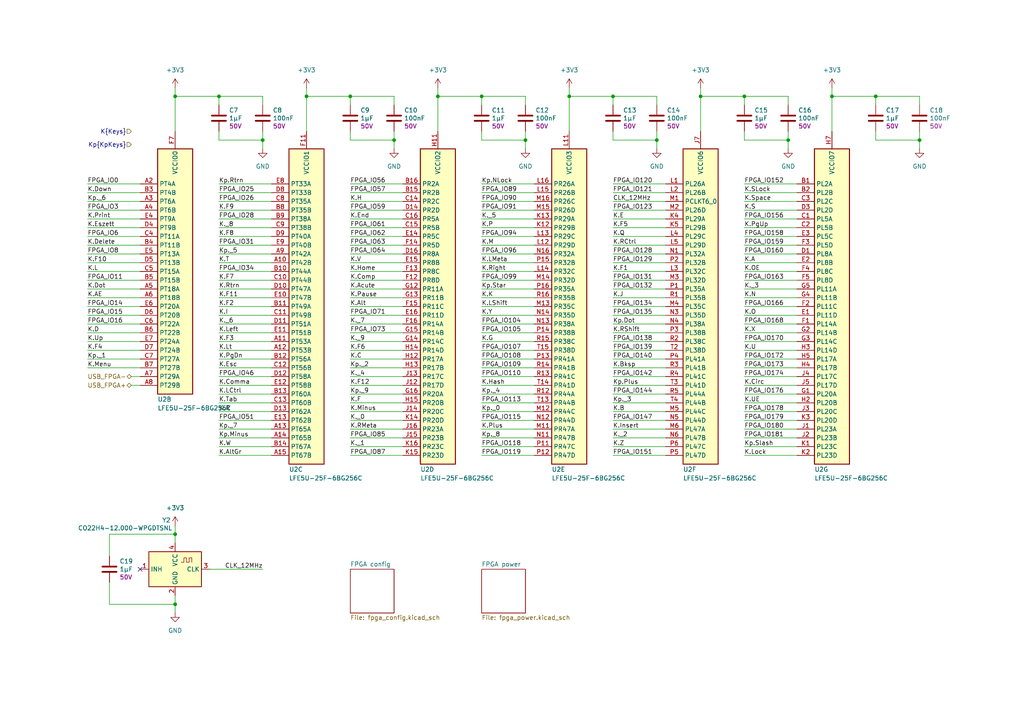
<source format=kicad_sch>
(kicad_sch (version 20250114) (generator "eeschema") (generator_version "9.0")
  (paper "A4")
  (junction (at 101.6 27.94))
  (junction (at 215.9 27.94))
  (junction (at 203.2 27.94))
  (junction (at 165.1 27.94))
  (junction (at 50.8 27.94))
  (junction (at 50.8 175.26))
  (junction (at 76.2 40.64))
  (junction (at 190.5 40.64))
  (junction (at 63.5 27.94))
  (junction (at 152.4 40.64))
  (junction (at 254 27.94))
  (junction (at 177.8 27.94))
  (junction (at 50.8 154.94))
  (junction (at 88.9 27.94))
  (junction (at 241.3 27.94))
  (junction (at 228.6 40.64))
  (junction (at 139.7 27.94))
  (junction (at 114.3 40.64))
  (junction (at 127 27.94))
  (junction (at 266.7 40.64))
  (no_connect (at 40.64 165.1))
  (wire (pts (xy 215.9 127) (xy 231.14 127)))
  (wire (pts (xy 215.9 96.52) (xy 231.14 96.52)))
  (wire (pts (xy 177.8 86.36) (xy 193.04 86.36)))
  (wire (pts (xy 63.5 93.98) (xy 78.74 93.98)))
  (wire (pts (xy 101.6 111.76) (xy 116.84 111.76)))
  (wire (pts (xy 25.4 53.34) (xy 40.64 53.34)))
  (wire (pts (xy 63.5 114.3) (xy 78.74 114.3)))
  (wire (pts (xy 215.9 63.5) (xy 231.14 63.5)))
  (wire (pts (xy 63.5 60.96) (xy 78.74 60.96)))
  (wire (pts (xy 63.5 30.48) (xy 63.5 27.94)))
  (wire (pts (xy 177.8 27.94) (xy 165.1 27.94)))
  (wire (pts (xy 152.4 27.94) (xy 139.7 27.94)))
  (wire (pts (xy 63.5 91.44) (xy 78.74 91.44)))
  (wire (pts (xy 31.75 168.91) (xy 31.75 175.26)))
  (wire (pts (xy 25.4 93.98) (xy 40.64 93.98)))
  (wire (pts (xy 215.9 66.04) (xy 231.14 66.04)))
  (wire (pts (xy 254 30.48) (xy 254 27.94)))
  (wire (pts (xy 228.6 40.64) (xy 228.6 43.18)))
  (wire (pts (xy 63.5 127) (xy 78.74 127)))
  (wire (pts (xy 25.4 83.82) (xy 40.64 83.82)))
  (wire (pts (xy 215.9 38.1) (xy 215.9 40.64)))
  (wire (pts (xy 63.5 101.6) (xy 78.74 101.6)))
  (wire (pts (xy 177.8 129.54) (xy 193.04 129.54)))
  (wire (pts (xy 215.9 55.88) (xy 231.14 55.88)))
  (wire (pts (xy 266.7 30.48) (xy 266.7 27.94)))
  (wire (pts (xy 139.7 71.12) (xy 154.94 71.12)))
  (wire (pts (xy 101.6 132.08) (xy 116.84 132.08)))
  (wire (pts (xy 101.6 55.88) (xy 116.84 55.88)))
  (wire (pts (xy 139.7 30.48) (xy 139.7 27.94)))
  (wire (pts (xy 101.6 53.34) (xy 116.84 53.34)))
  (wire (pts (xy 215.9 53.34) (xy 231.14 53.34)))
  (wire (pts (xy 101.6 78.74) (xy 116.84 78.74)))
  (wire (pts (xy 63.5 68.58) (xy 78.74 68.58)))
  (wire (pts (xy 31.75 154.94) (xy 50.8 154.94)))
  (wire (pts (xy 114.3 40.64) (xy 114.3 43.18)))
  (wire (pts (xy 25.4 58.42) (xy 40.64 58.42)))
  (wire (pts (xy 101.6 109.22) (xy 116.84 109.22)))
  (wire (pts (xy 190.5 27.94) (xy 177.8 27.94)))
  (wire (pts (xy 63.5 78.74) (xy 78.74 78.74)))
  (wire (pts (xy 177.8 71.12) (xy 193.04 71.12)))
  (wire (pts (xy 177.8 53.34) (xy 193.04 53.34)))
  (wire (pts (xy 101.6 68.58) (xy 116.84 68.58)))
  (wire (pts (xy 101.6 116.84) (xy 116.84 116.84)))
  (wire (pts (xy 25.4 106.68) (xy 40.64 106.68)))
  (wire (pts (xy 101.6 63.5) (xy 116.84 63.5)))
  (wire (pts (xy 25.4 63.5) (xy 40.64 63.5)))
  (wire (pts (xy 215.9 27.94) (xy 203.2 27.94)))
  (wire (pts (xy 60.96 165.1) (xy 76.2 165.1)))
  (wire (pts (xy 190.5 40.64) (xy 190.5 38.1)))
  (wire (pts (xy 139.7 129.54) (xy 154.94 129.54)))
  (wire (pts (xy 63.5 40.64) (xy 76.2 40.64)))
  (wire (pts (xy 101.6 30.48) (xy 101.6 27.94)))
  (wire (pts (xy 177.8 55.88) (xy 193.04 55.88)))
  (wire (pts (xy 38.1 111.76) (xy 40.64 111.76)))
  (wire (pts (xy 215.9 119.38) (xy 231.14 119.38)))
  (wire (pts (xy 177.8 76.2) (xy 193.04 76.2)))
  (wire (pts (xy 63.5 58.42) (xy 78.74 58.42)))
  (wire (pts (xy 241.3 25.4) (xy 241.3 27.94)))
  (wire (pts (xy 139.7 60.96) (xy 154.94 60.96)))
  (wire (pts (xy 215.9 132.08) (xy 231.14 132.08)))
  (wire (pts (xy 139.7 111.76) (xy 154.94 111.76)))
  (wire (pts (xy 101.6 58.42) (xy 116.84 58.42)))
  (wire (pts (xy 114.3 30.48) (xy 114.3 27.94)))
  (wire (pts (xy 139.7 116.84) (xy 154.94 116.84)))
  (wire (pts (xy 139.7 63.5) (xy 154.94 63.5)))
  (wire (pts (xy 139.7 132.08) (xy 154.94 132.08)))
  (wire (pts (xy 139.7 104.14) (xy 154.94 104.14)))
  (wire (pts (xy 215.9 88.9) (xy 231.14 88.9)))
  (wire (pts (xy 177.8 106.68) (xy 193.04 106.68)))
  (wire (pts (xy 101.6 73.66) (xy 116.84 73.66)))
  (wire (pts (xy 177.8 111.76) (xy 193.04 111.76)))
  (wire (pts (xy 266.7 27.94) (xy 254 27.94)))
  (wire (pts (xy 177.8 109.22) (xy 193.04 109.22)))
  (wire (pts (xy 177.8 30.48) (xy 177.8 27.94)))
  (wire (pts (xy 101.6 81.28) (xy 116.84 81.28)))
  (wire (pts (xy 63.5 132.08) (xy 78.74 132.08)))
  (wire (pts (xy 101.6 93.98) (xy 116.84 93.98)))
  (wire (pts (xy 76.2 40.64) (xy 76.2 38.1)))
  (wire (pts (xy 203.2 25.4) (xy 203.2 27.94)))
  (wire (pts (xy 228.6 40.64) (xy 228.6 38.1)))
  (wire (pts (xy 254 27.94) (xy 241.3 27.94)))
  (wire (pts (xy 139.7 127) (xy 154.94 127)))
  (wire (pts (xy 127 27.94) (xy 127 38.1)))
  (wire (pts (xy 101.6 121.92) (xy 116.84 121.92)))
  (wire (pts (xy 139.7 119.38) (xy 154.94 119.38)))
  (wire (pts (xy 177.8 88.9) (xy 193.04 88.9)))
  (wire (pts (xy 127 25.4) (xy 127 27.94)))
  (wire (pts (xy 139.7 101.6) (xy 154.94 101.6)))
  (wire (pts (xy 139.7 106.68) (xy 154.94 106.68)))
  (wire (pts (xy 63.5 121.92) (xy 78.74 121.92)))
  (wire (pts (xy 215.9 86.36) (xy 231.14 86.36)))
  (wire (pts (xy 25.4 99.06) (xy 40.64 99.06)))
  (wire (pts (xy 101.6 76.2) (xy 116.84 76.2)))
  (wire (pts (xy 114.3 40.64) (xy 114.3 38.1)))
  (wire (pts (xy 25.4 60.96) (xy 40.64 60.96)))
  (wire (pts (xy 50.8 152.4) (xy 50.8 154.94)))
  (wire (pts (xy 177.8 127) (xy 193.04 127)))
  (wire (pts (xy 101.6 99.06) (xy 116.84 99.06)))
  (wire (pts (xy 50.8 175.26) (xy 50.8 177.8)))
  (wire (pts (xy 152.4 40.64) (xy 152.4 38.1)))
  (wire (pts (xy 63.5 81.28) (xy 78.74 81.28)))
  (wire (pts (xy 25.4 91.44) (xy 40.64 91.44)))
  (wire (pts (xy 215.9 78.74) (xy 231.14 78.74)))
  (wire (pts (xy 63.5 38.1) (xy 63.5 40.64)))
  (wire (pts (xy 215.9 116.84) (xy 231.14 116.84)))
  (wire (pts (xy 139.7 88.9) (xy 154.94 88.9)))
  (wire (pts (xy 177.8 121.92) (xy 193.04 121.92)))
  (wire (pts (xy 215.9 101.6) (xy 231.14 101.6)))
  (wire (pts (xy 63.5 83.82) (xy 78.74 83.82)))
  (wire (pts (xy 31.75 161.29) (xy 31.75 154.94)))
  (wire (pts (xy 101.6 91.44) (xy 116.84 91.44)))
  (wire (pts (xy 63.5 129.54) (xy 78.74 129.54)))
  (wire (pts (xy 139.7 81.28) (xy 154.94 81.28)))
  (wire (pts (xy 190.5 40.64) (xy 190.5 43.18)))
  (wire (pts (xy 215.9 30.48) (xy 215.9 27.94)))
  (wire (pts (xy 139.7 109.22) (xy 154.94 109.22)))
  (wire (pts (xy 63.5 88.9) (xy 78.74 88.9)))
  (wire (pts (xy 63.5 27.94) (xy 50.8 27.94)))
  (wire (pts (xy 190.5 30.48) (xy 190.5 27.94)))
  (wire (pts (xy 215.9 73.66) (xy 231.14 73.66)))
  (wire (pts (xy 177.8 78.74) (xy 193.04 78.74)))
  (wire (pts (xy 25.4 78.74) (xy 40.64 78.74)))
  (wire (pts (xy 215.9 91.44) (xy 231.14 91.44)))
  (wire (pts (xy 63.5 96.52) (xy 78.74 96.52)))
  (wire (pts (xy 63.5 109.22) (xy 78.74 109.22)))
  (wire (pts (xy 50.8 25.4) (xy 50.8 27.94)))
  (wire (pts (xy 215.9 60.96) (xy 231.14 60.96)))
  (wire (pts (xy 215.9 71.12) (xy 231.14 71.12)))
  (wire (pts (xy 63.5 116.84) (xy 78.74 116.84)))
  (wire (pts (xy 101.6 101.6) (xy 116.84 101.6)))
  (wire (pts (xy 177.8 81.28) (xy 193.04 81.28)))
  (wire (pts (xy 177.8 73.66) (xy 193.04 73.66)))
  (wire (pts (xy 215.9 124.46) (xy 231.14 124.46)))
  (wire (pts (xy 165.1 25.4) (xy 165.1 27.94)))
  (wire (pts (xy 101.6 129.54) (xy 116.84 129.54)))
  (wire (pts (xy 228.6 30.48) (xy 228.6 27.94)))
  (wire (pts (xy 203.2 27.94) (xy 203.2 38.1)))
  (wire (pts (xy 31.75 175.26) (xy 50.8 175.26)))
  (wire (pts (xy 101.6 66.04) (xy 116.84 66.04)))
  (wire (pts (xy 101.6 106.68) (xy 116.84 106.68)))
  (wire (pts (xy 215.9 129.54) (xy 231.14 129.54)))
  (wire (pts (xy 139.7 76.2) (xy 154.94 76.2)))
  (wire (pts (xy 25.4 88.9) (xy 40.64 88.9)))
  (wire (pts (xy 63.5 66.04) (xy 78.74 66.04)))
  (wire (pts (xy 25.4 101.6) (xy 40.64 101.6)))
  (wire (pts (xy 63.5 104.14) (xy 78.74 104.14)))
  (wire (pts (xy 25.4 104.14) (xy 40.64 104.14)))
  (wire (pts (xy 139.7 83.82) (xy 154.94 83.82)))
  (wire (pts (xy 25.4 81.28) (xy 40.64 81.28)))
  (wire (pts (xy 101.6 124.46) (xy 116.84 124.46)))
  (wire (pts (xy 101.6 86.36) (xy 116.84 86.36)))
  (wire (pts (xy 215.9 68.58) (xy 231.14 68.58)))
  (wire (pts (xy 139.7 99.06) (xy 154.94 99.06)))
  (wire (pts (xy 177.8 124.46) (xy 193.04 124.46)))
  (wire (pts (xy 101.6 71.12) (xy 116.84 71.12)))
  (wire (pts (xy 88.9 27.94) (xy 88.9 38.1)))
  (wire (pts (xy 38.1 109.22) (xy 40.64 109.22)))
  (wire (pts (xy 63.5 73.66) (xy 78.74 73.66)))
  (wire (pts (xy 139.7 91.44) (xy 154.94 91.44)))
  (wire (pts (xy 177.8 99.06) (xy 193.04 99.06)))
  (wire (pts (xy 177.8 63.5) (xy 193.04 63.5)))
  (wire (pts (xy 63.5 99.06) (xy 78.74 99.06)))
  (wire (pts (xy 177.8 68.58) (xy 193.04 68.58)))
  (wire (pts (xy 88.9 25.4) (xy 88.9 27.94)))
  (wire (pts (xy 228.6 27.94) (xy 215.9 27.94)))
  (wire (pts (xy 254 38.1) (xy 254 40.64)))
  (wire (pts (xy 215.9 81.28) (xy 231.14 81.28)))
  (wire (pts (xy 101.6 127) (xy 116.84 127)))
  (wire (pts (xy 215.9 114.3) (xy 231.14 114.3)))
  (wire (pts (xy 177.8 91.44) (xy 193.04 91.44)))
  (wire (pts (xy 139.7 78.74) (xy 154.94 78.74)))
  (wire (pts (xy 25.4 86.36) (xy 40.64 86.36)))
  (wire (pts (xy 177.8 104.14) (xy 193.04 104.14)))
  (wire (pts (xy 101.6 119.38) (xy 116.84 119.38)))
  (wire (pts (xy 139.7 114.3) (xy 154.94 114.3)))
  (wire (pts (xy 63.5 63.5) (xy 78.74 63.5)))
  (wire (pts (xy 177.8 96.52) (xy 193.04 96.52)))
  (wire (pts (xy 25.4 71.12) (xy 40.64 71.12)))
  (wire (pts (xy 25.4 68.58) (xy 40.64 68.58)))
  (wire (pts (xy 177.8 119.38) (xy 193.04 119.38)))
  (wire (pts (xy 139.7 124.46) (xy 154.94 124.46)))
  (wire (pts (xy 114.3 27.94) (xy 101.6 27.94)))
  (wire (pts (xy 139.7 96.52) (xy 154.94 96.52)))
  (wire (pts (xy 63.5 55.88) (xy 78.74 55.88)))
  (wire (pts (xy 215.9 58.42) (xy 231.14 58.42)))
  (wire (pts (xy 215.9 93.98) (xy 231.14 93.98)))
  (wire (pts (xy 139.7 68.58) (xy 154.94 68.58)))
  (wire (pts (xy 63.5 119.38) (xy 78.74 119.38)))
  (wire (pts (xy 177.8 83.82) (xy 193.04 83.82)))
  (wire (pts (xy 215.9 104.14) (xy 231.14 104.14)))
  (wire (pts (xy 215.9 99.06) (xy 231.14 99.06)))
  (wire (pts (xy 177.8 101.6) (xy 193.04 101.6)))
  (wire (pts (xy 215.9 121.92) (xy 231.14 121.92)))
  (wire (pts (xy 139.7 66.04) (xy 154.94 66.04)))
  (wire (pts (xy 152.4 40.64) (xy 152.4 43.18)))
  (wire (pts (xy 101.6 83.82) (xy 116.84 83.82)))
  (wire (pts (xy 193.04 58.42) (xy 177.8 58.42)))
  (wire (pts (xy 266.7 40.64) (xy 266.7 38.1)))
  (wire (pts (xy 25.4 55.88) (xy 40.64 55.88)))
  (wire (pts (xy 241.3 27.94) (xy 241.3 38.1)))
  (wire (pts (xy 50.8 27.94) (xy 50.8 38.1)))
  (wire (pts (xy 63.5 76.2) (xy 78.74 76.2)))
  (wire (pts (xy 139.7 93.98) (xy 154.94 93.98)))
  (wire (pts (xy 101.6 104.14) (xy 116.84 104.14)))
  (wire (pts (xy 177.8 93.98) (xy 193.04 93.98)))
  (wire (pts (xy 63.5 86.36) (xy 78.74 86.36)))
  (wire (pts (xy 101.6 96.52) (xy 116.84 96.52)))
  (wire (pts (xy 76.2 27.94) (xy 63.5 27.94)))
  (wire (pts (xy 152.4 30.48) (xy 152.4 27.94)))
  (wire (pts (xy 101.6 38.1) (xy 101.6 40.64)))
  (wire (pts (xy 63.5 124.46) (xy 78.74 124.46)))
  (wire (pts (xy 254 40.64) (xy 266.7 40.64)))
  (wire (pts (xy 25.4 96.52) (xy 40.64 96.52)))
  (wire (pts (xy 101.6 27.94) (xy 88.9 27.94)))
  (wire (pts (xy 177.8 66.04) (xy 193.04 66.04)))
  (wire (pts (xy 177.8 38.1) (xy 177.8 40.64)))
  (wire (pts (xy 63.5 53.34) (xy 78.74 53.34)))
  (wire (pts (xy 177.8 40.64) (xy 190.5 40.64)))
  (wire (pts (xy 25.4 76.2) (xy 40.64 76.2)))
  (wire (pts (xy 63.5 106.68) (xy 78.74 106.68)))
  (wire (pts (xy 165.1 27.94) (xy 165.1 38.1)))
  (wire (pts (xy 139.7 86.36) (xy 154.94 86.36)))
  (wire (pts (xy 101.6 88.9) (xy 116.84 88.9)))
  (wire (pts (xy 139.7 40.64) (xy 152.4 40.64)))
  (wire (pts (xy 63.5 111.76) (xy 78.74 111.76)))
  (wire (pts (xy 177.8 60.96) (xy 193.04 60.96)))
  (wire (pts (xy 215.9 111.76) (xy 231.14 111.76)))
  (wire (pts (xy 63.5 71.12) (xy 78.74 71.12)))
  (wire (pts (xy 177.8 114.3) (xy 193.04 114.3)))
  (wire (pts (xy 215.9 40.64) (xy 228.6 40.64)))
  (wire (pts (xy 177.8 116.84) (xy 193.04 116.84)))
  (wire (pts (xy 139.7 73.66) (xy 154.94 73.66)))
  (wire (pts (xy 139.7 27.94) (xy 127 27.94)))
  (wire (pts (xy 215.9 76.2) (xy 231.14 76.2)))
  (wire (pts (xy 215.9 106.68) (xy 231.14 106.68)))
  (wire (pts (xy 101.6 60.96) (xy 116.84 60.96)))
  (wire (pts (xy 215.9 109.22) (xy 231.14 109.22)))
  (wire (pts (xy 25.4 66.04) (xy 40.64 66.04)))
  (wire (pts (xy 25.4 73.66) (xy 40.64 73.66)))
  (wire (pts (xy 76.2 30.48) (xy 76.2 27.94)))
  (wire (pts (xy 139.7 55.88) (xy 154.94 55.88)))
  (wire (pts (xy 76.2 40.64) (xy 76.2 43.18)))
  (wire (pts (xy 177.8 132.08) (xy 193.04 132.08)))
  (wire (pts (xy 139.7 38.1) (xy 139.7 40.64)))
  (wire (pts (xy 215.9 83.82) (xy 231.14 83.82)))
  (wire (pts (xy 139.7 58.42) (xy 154.94 58.42)))
  (wire (pts (xy 266.7 40.64) (xy 266.7 43.18)))
  (wire (pts (xy 101.6 40.64) (xy 114.3 40.64)))
  (wire (pts (xy 139.7 53.34) (xy 154.94 53.34)))
  (wire (pts (xy 50.8 175.26) (xy 50.8 172.72)))
  (wire (pts (xy 50.8 154.94) (xy 50.8 157.48)))
  (wire (pts (xy 139.7 121.92) (xy 154.94 121.92)))
  (wire (pts (xy 101.6 114.3) (xy 116.84 114.3)))
  (label "K.A" (at 215.9 76.2 0))
  (label "K.AE" (at 25.4 86.36 0))
  (label "K.Acute" (at 101.6 83.82 0))
  (label "K.Alt" (at 101.6 88.9 0))
  (label "K.AltGr" (at 63.5 132.08 0))
  (label "K.B" (at 177.8 119.38 0))
  (label "K.Bksp" (at 177.8 106.68 0))
  (label "K.C" (at 101.6 104.14 0))
  (label "K.Circ" (at 215.9 111.76 0))
  (label "K.Comma" (at 63.5 111.76 0))
  (label "K.D" (at 25.4 96.52 0))
  (label "K.Delete" (at 25.4 71.12 0))
  (label "K.Dot" (at 25.4 83.82 0))
  (label "K.Down" (at 25.4 55.88 0))
  (label "K.E" (at 177.8 63.5 0))
  (label "K.End" (at 101.6 63.5 0))
  (label "K.Esc" (at 63.5 106.68 0))
  (label "K.Eszett" (at 25.4 66.04 0))
  (label "K.F" (at 101.6 116.84 0))
  (label "K.F1" (at 177.8 78.74 0))
  (label "K.F10" (at 25.4 76.2 0))
  (label "K.F12" (at 101.6 111.76 0))
  (label "K.F2" (at 63.5 88.9 0))
  (label "K.F3" (at 63.5 99.06 0))
  (label "K.F4" (at 25.4 101.6 0))
  (label "K.F5" (at 177.8 66.04 0))
  (label "K.F6" (at 101.6 101.6 0))
  (label "K.F7" (at 63.5 81.28 0))
  (label "K._9" (at 101.6 99.06 0))
  (label "K.F9" (at 63.5 60.96 0))
  (label "K.G" (at 139.7 99.06 0))
  (label "K.H" (at 101.6 58.42 0))
  (label "K.Hash" (at 139.7 111.76 0))
  (label "K.Home" (at 101.6 78.74 0))
  (label "K.Insert" (at 177.8 124.46 0))
  (label "K.J" (at 177.8 86.36 0))
  (label "K.K" (at 139.7 86.36 0))
  (label "K.L" (at 25.4 78.74 0))
  (label "K.LCtrl" (at 63.5 114.3 0))
  (label "K.LMeta" (at 139.7 76.2 0))
  (label "K.LShift" (at 139.7 88.9 0))
  (label "K.Left" (at 63.5 96.52 0))
  (label "K.Lock" (at 215.9 132.08 0))
  (label "K.Lt" (at 63.5 101.6 0))
  (label "K.M" (at 139.7 71.12 0))
  (label "K.Minus" (at 101.6 119.38 0))
  (label "K.N" (at 215.9 86.36 0))
  (label "K.O" (at 215.9 91.44 0))
  (label "K.OE" (at 215.9 78.74 0))
  (label "K.P" (at 139.7 66.04 0))
  (label "K.Pause" (at 101.6 86.36 0))
  (label "K.PgDn" (at 63.5 104.14 0))
  (label "K.PgUp" (at 215.9 66.04 0))
  (label "K.Plus" (at 139.7 124.46 0))
  (label "K.Print" (at 25.4 63.5 0))
  (label "K.Q" (at 177.8 68.58 0))
  (label "K.RCtrl" (at 177.8 71.12 0))
  (label "K.RMeta" (at 101.6 124.46 0))
  (label "K.RShift" (at 177.8 96.52 0))
  (label "K.Right" (at 139.7 78.74 0))
  (label "K.Rtrn" (at 63.5 83.82 0))
  (label "K.S" (at 215.9 60.96 0))
  (label "K.SLock" (at 215.9 55.88 0))
  (label "K.Space" (at 215.9 58.42 0))
  (label "K.T" (at 63.5 76.2 0))
  (label "K.U" (at 215.9 101.6 0))
  (label "K.UE" (at 215.9 116.84 0))
  (label "CLK_12MHz" (at 177.8 58.42 0))
  (label "K.Up" (at 25.4 99.06 0))
  (label "K.V" (at 101.6 76.2 0))
  (label "K.W" (at 63.5 129.54 0))
  (label "K.X" (at 215.9 96.52 0))
  (label "K.Y" (at 139.7 91.44 0))
  (label "K.Z" (at 177.8 129.54 0))
  (label "K._0" (at 101.6 121.92 0))
  (label "K._1" (at 101.6 129.54 0))
  (label "K._2" (at 177.8 127 0))
  (label "K._3" (at 215.9 83.82 0))
  (label "K._4" (at 101.6 109.22 0))
  (label "K._5" (at 139.7 63.5 0))
  (label "K._6" (at 63.5 93.98 0))
  (label "K._8" (at 63.5 66.04 0))
  (label "FPGA_IO62" (at 101.6 68.58 0))
  (label "Kp.Dot" (at 177.8 93.98 0))
  (label "Kp.Minus" (at 63.5 127 0))
  (label "Kp.NLock" (at 139.7 53.34 0))
  (label "Kp.Plus" (at 177.8 111.76 0))
  (label "Kp.Rtrn" (at 63.5 53.34 0))
  (label "Kp.Slash" (at 215.9 129.54 0))
  (label "Kp.Star" (at 139.7 83.82 0))
  (label "Kp._0" (at 139.7 119.38 0))
  (label "Kp._1" (at 25.4 104.14 0))
  (label "Kp._3" (at 177.8 116.84 0))
  (label "Kp._4" (at 139.7 114.3 0))
  (label "Kp._5" (at 63.5 73.66 0))
  (label "Kp._6" (at 25.4 58.42 0))
  (label "Kp._7" (at 63.5 124.46 0))
  (label "Kp._8" (at 139.7 127 0))
  (label "FPGA_IO134" (at 177.8 88.9 0))
  (label "FPGA_IO94" (at 139.7 68.58 0))
  (label "FPGA_IO142" (at 177.8 109.22 0))
  (label "K.F11" (at 63.5 86.36 0))
  (label "FPGA_IO173" (at 215.9 106.68 0))
  (label "FPGA_IO179" (at 215.9 121.92 0))
  (label "FPGA_IO119" (at 139.7 132.08 0))
  (label "FPGA_IO51" (at 63.5 121.92 0))
  (label "K.Menu" (at 25.4 106.68 0))
  (label "FPGA_IO15" (at 25.4 91.44 0))
  (label "FPGA_IO87" (at 101.6 132.08 0))
  (label "FPGA_IO168" (at 215.9 93.98 0))
  (label "FPGA_IO159" (at 215.9 71.12 0))
  (label "FPGA_IO73" (at 101.6 96.52 0))
  (label "FPGA_IO90" (at 139.7 58.42 0))
  (label "FPGA_IO181" (at 215.9 127 0))
  (label "FPGA_IO61" (at 101.6 66.04 0))
  (label "FPGA_IO57" (at 101.6 55.88 0))
  (label "K.Tab" (at 63.5 116.84 0))
  (label "FPGA_IO180" (at 215.9 124.46 0))
  (label "FPGA_IO156" (at 215.9 63.5 0))
  (label "FPGA_IO46" (at 63.5 109.22 0))
  (label "FPGA_IO96" (at 139.7 73.66 0))
  (label "FPGA_IO151" (at 177.8 132.08 0))
  (label "FPGA_IO123" (at 177.8 60.96 0))
  (label "K._7" (at 101.6 93.98 0))
  (label "FPGA_IO121" (at 177.8 55.88 0))
  (label "FPGA_IO144" (at 177.8 114.3 0))
  (label "FPGA_IO8" (at 25.4 73.66 0))
  (label "FPGA_IO115" (at 139.7 121.92 0))
  (label "FPGA_IO56" (at 101.6 53.34 0))
  (label "Kp._9" (at 101.6 114.3 0))
  (label "FPGA_IO26" (at 63.5 58.42 0))
  (label "FPGA_IO128" (at 177.8 73.66 0))
  (label "FPGA_IO113" (at 139.7 116.84 0))
  (label "FPGA_IO118" (at 139.7 129.54 0))
  (label "FPGA_IO152" (at 215.9 53.34 0))
  (label "FPGA_IO3" (at 25.4 60.96 0))
  (label "FPGA_IO131" (at 177.8 81.28 0))
  (label "FPGA_IO132" (at 177.8 83.82 0))
  (label "FPGA_IO120" (at 177.8 53.34 0))
  (label "FPGA_IO31" (at 63.5 71.12 0))
  (label "FPGA_IO166" (at 215.9 88.9 0))
  (label "FPGA_IO64" (at 101.6 73.66 0))
  (label "FPGA_IO89" (at 139.7 55.88 0))
  (label "Kp._2" (at 101.6 106.68 0))
  (label "FPGA_IO178" (at 215.9 119.38 0))
  (label "FPGA_IO34" (at 63.5 78.74 0))
  (label "FPGA_IO105" (at 139.7 96.52 0))
  (label "FPGA_IO91" (at 139.7 60.96 0))
  (label "FPGA_IO107" (at 139.7 101.6 0))
  (label "FPGA_IO99" (at 139.7 81.28 0))
  (label "FPGA_IO174" (at 215.9 109.22 0))
  (label "FPGA_IO71" (at 101.6 91.44 0))
  (label "FPGA_IO170" (at 215.9 99.06 0))
  (label "FPGA_IO16" (at 25.4 93.98 0))
  (label "FPGA_IO138" (at 177.8 99.06 0))
  (label "FPGA_IO147" (at 177.8 121.92 0))
  (label "K.F8" (at 63.5 68.58 0))
  (label "FPGA_IO11" (at 25.4 81.28 0))
  (label "FPGA_IO25" (at 63.5 55.88 0))
  (label "FPGA_IO0" (at 25.4 53.34 0))
  (label "FPGA_IO176" (at 215.9 114.3 0))
  (label "K.I" (at 63.5 91.44 0))
  (label "FPGA_IO59" (at 101.6 60.96 0))
  (label "FPGA_IO85" (at 101.6 127 0))
  (label "FPGA_IO135" (at 177.8 91.44 0))
  (label "FPGA_IO28" (at 63.5 63.5 0))
  (label "FPGA_IO108" (at 139.7 104.14 0))
  (label "FPGA_IO172" (at 215.9 104.14 0))
  (label "FPGA_IO109" (at 139.7 106.68 0))
  (label "FPGA_IO14" (at 25.4 88.9 0))
  (label "K.Comp" (at 101.6 81.28 0))
  (label "FPGA_IO160" (at 215.9 73.66 0))
  (label "FPGA_IO139" (at 177.8 101.6 0))
  (label "FPGA_IO104" (at 139.7 93.98 0))
  (label "FPGA_IO163" (at 215.9 81.28 0))
  (label "FPGA_IO6" (at 25.4 68.58 0))
  (label "FPGA_IO110" (at 139.7 109.22 0))
  (label "CLK_12MHz" (at 76.2 165.1 180))
  (label "K.R" (at 63.5 119.38 0))
  (label "FPGA_IO140" (at 177.8 104.14 0))
  (label "FPGA_IO63" (at 101.6 71.12 0))
  (label "FPGA_IO158" (at 215.9 68.58 0))
  (label "FPGA_IO129" (at 177.8 76.2 0))
  (hierarchical_label "USB_FPGA-" (shape bidirectional) (at 38.1 109.22 180))
  (hierarchical_label "USB_FPGA+" (shape bidirectional) (at 38.1 111.76 180))
  (hierarchical_label "Kp{KpKeys}" (shape input) (at 38.1 41.91 180))
  (hierarchical_label "K{Keys}" (shape input) (at 38.1 38.1 180))
  (symbol (lib_id "power:GND") (at 152.4 43.18 0) (unit 1)
    (property "Reference" "#PWR026" (effects (hide yes)))
    (property "Value" "GND" (at 152.4 48.26 0))
    (property "Description" "Power symbol creates a global label with name \"GND\" , ground" (effects (hide yes)))
  )
  (symbol (lib_id "Device:C") (at 215.9 34.29 0) (unit 1)
    (property "Reference" "C15" (at 218.821 31.9786 0) (effects (justify left)))
    (property "Value" "1µF" (at 218.821 34.29 0) (effects (justify left)))
    (property "Footprint" "Capacitor_SMD:C_0402_1005Metric_Pad0.74x0.62mm_HandSolder" (effects (hide yes)))
    (property "Datasheet" "https://www.lcsc.com/datasheet/lcsc_datasheet_2410010232_Murata-Electronics-GRM155R61H105KE05D_C1518208.pdf" (effects (hide yes)))
    (property "Voltage" "50V" (at 218.821 36.6014 0) (effects (justify left)))
    (property "Part_number" "GRM155R61H105KE05D" (effects (hide yes)))
    (property "LCSC" "C1518208" (effects (hide yes)))
  )
  (symbol (lib_id "clavier:LFE5U-25F-6BG256x") (at 241.3 88.9 0) (unit 7)
    (property "Reference" "U2" (at 236.22 136.144 0) (effects (justify left)))
    (property "Value" "LFE5U-25F-6BG256C" (at 236.22 138.684 0) (effects (justify left)))
    (property "Footprint" "Package_BGA:BGA-256_14.0x14.0mm_Layout16x16_P0.8mm_Ball0.45mm_Pad0.32mm_NSMD" (effects (hide yes)))
    (property "Datasheet" "https://www.latticesemi.com/view_document?document_id=50461" (effects (hide yes)))
    (property "Description" "ECP5 FPGA, 24K LUTs, 1.1V, BGA-256" (effects (hide yes)))
    (property "LCSC" "C1521614" (effects (hide yes)))
    (property "Part_number" "LFE5U-25F-6BG256C" (effects (hide yes)))
  )
  (symbol (lib_id "power:GND") (at 190.5 43.18 0) (unit 1)
    (property "Reference" "#PWR027" (effects (hide yes)))
    (property "Value" "GND" (at 190.5 48.26 0))
    (property "Description" "Power symbol creates a global label with name \"GND\" , ground" (effects (hide yes)))
  )
  (symbol (lib_id "Device:C") (at 190.5 34.29 0) (unit 1)
    (property "Reference" "C14" (at 193.421 31.9786 0) (effects (justify left)))
    (property "Value" "100nF" (at 193.421 34.29 0) (effects (justify left)))
    (property "Footprint" "Capacitor_SMD:C_0402_1005Metric_Pad0.74x0.62mm_HandSolder" (effects (hide yes)))
    (property "Datasheet" "https://www.lcsc.com/datasheet/lcsc_datasheet_2410121858_Murata-Electronics-GRM155R71H104KE14D_C77020.pdf" (effects (hide yes)))
    (property "Voltage" "50V" (at 193.421 36.6014 0) (effects (justify left)))
    (property "Part_number" "GRM155R71H104KE14D" (effects (hide yes)))
    (property "LCSC" "C77020" (effects (hide yes)))
  )
  (symbol (lib_id "power:+3V3") (at 241.3 25.4 0) (unit 1)
    (property "Reference" "#PWR023" (effects (hide yes)))
    (property "Value" "+3V3" (at 241.3 20.32 0))
    (property "Description" "Power symbol creates a global label with name \"+3V3\"" (effects (hide yes)))
  )
  (symbol (lib_id "Device:C") (at 101.6 34.29 0) (unit 1)
    (property "Reference" "C9" (at 104.521 31.9786 0) (effects (justify left)))
    (property "Value" "1µF" (at 104.521 34.29 0) (effects (justify left)))
    (property "Footprint" "Capacitor_SMD:C_0402_1005Metric_Pad0.74x0.62mm_HandSolder" (effects (hide yes)))
    (property "Datasheet" "https://www.lcsc.com/datasheet/lcsc_datasheet_2410010232_Murata-Electronics-GRM155R61H105KE05D_C1518208.pdf" (effects (hide yes)))
    (property "Voltage" "50V" (at 104.521 36.6014 0) (effects (justify left)))
    (property "Part_number" "GRM155R61H105KE05D" (effects (hide yes)))
    (property "LCSC" "C1518208" (effects (hide yes)))
  )
  (symbol (lib_id "Device:C") (at 114.3 34.29 0) (unit 1)
    (property "Reference" "C10" (at 117.221 31.9786 0) (effects (justify left)))
    (property "Value" "100nF" (at 117.221 34.29 0) (effects (justify left)))
    (property "Footprint" "Capacitor_SMD:C_0402_1005Metric_Pad0.74x0.62mm_HandSolder" (effects (hide yes)))
    (property "Datasheet" "https://www.lcsc.com/datasheet/lcsc_datasheet_2410121858_Murata-Electronics-GRM155R71H104KE14D_C77020.pdf" (effects (hide yes)))
    (property "Voltage" "50V" (at 117.221 36.6014 0) (effects (justify left)))
    (property "Part_number" "GRM155R71H104KE14D" (effects (hide yes)))
    (property "LCSC" "C77020" (effects (hide yes)))
  )
  (symbol (lib_id "power:GND") (at 266.7 43.18 0) (unit 1)
    (property "Reference" "#PWR029" (effects (hide yes)))
    (property "Value" "GND" (at 266.7 48.26 0))
    (property "Description" "Power symbol creates a global label with name \"GND\" , ground" (effects (hide yes)))
  )
  (symbol (lib_id "power:+3V3") (at 165.1 25.4 0) (unit 1)
    (property "Reference" "#PWR021" (effects (hide yes)))
    (property "Value" "+3V3" (at 165.1 20.32 0))
    (property "Description" "Power symbol creates a global label with name \"+3V3\"" (effects (hide yes)))
  )
  (symbol (lib_id "Device:C") (at 76.2 34.29 0) (unit 1)
    (property "Reference" "C8" (at 79.121 31.9786 0) (effects (justify left)))
    (property "Value" "100nF" (at 79.121 34.29 0) (effects (justify left)))
    (property "Footprint" "Capacitor_SMD:C_0402_1005Metric_Pad0.74x0.62mm_HandSolder" (effects (hide yes)))
    (property "Datasheet" "https://www.lcsc.com/datasheet/lcsc_datasheet_2410121858_Murata-Electronics-GRM155R71H104KE14D_C77020.pdf" (effects (hide yes)))
    (property "Voltage" "50V" (at 79.121 36.6014 0) (effects (justify left)))
    (property "Part_number" "GRM155R71H104KE14D" (effects (hide yes)))
    (property "LCSC" "C77020" (effects (hide yes)))
  )
  (symbol (lib_id "power:+3V3") (at 88.9 25.4 0) (unit 1)
    (property "Reference" "#PWR019" (effects (hide yes)))
    (property "Value" "+3V3" (at 88.9 20.32 0))
    (property "Description" "Power symbol creates a global label with name \"+3V3\"" (effects (hide yes)))
  )
  (symbol (lib_id "Device:C") (at 254 34.29 0) (unit 1)
    (property "Reference" "C17" (at 256.921 31.9786 0) (effects (justify left)))
    (property "Value" "1µF" (at 256.921 34.29 0) (effects (justify left)))
    (property "Footprint" "Capacitor_SMD:C_0402_1005Metric_Pad0.74x0.62mm_HandSolder" (effects (hide yes)))
    (property "Datasheet" "https://www.lcsc.com/datasheet/lcsc_datasheet_2410010232_Murata-Electronics-GRM155R61H105KE05D_C1518208.pdf" (effects (hide yes)))
    (property "Voltage" "50V" (at 256.921 36.6014 0) (effects (justify left)))
    (property "Part_number" "GRM155R61H105KE05D" (effects (hide yes)))
    (property "LCSC" "C1518208" (effects (hide yes)))
  )
  (symbol (lib_id "power:+3V3") (at 50.8 152.4 0) (unit 1)
    (property "Reference" "#PWR030" (effects (hide yes)))
    (property "Value" "+3V3" (at 50.8 147.32 0))
    (property "Description" "Power symbol creates a global label with name \"+3V3\"" (effects (hide yes)))
  )
  (symbol (lib_id "Device:C") (at 31.75 165.1 0) (unit 1)
    (property "Reference" "C19" (at 34.671 162.7886 0) (effects (justify left)))
    (property "Value" "1µF" (at 34.671 165.1 0) (effects (justify left)))
    (property "Footprint" "Capacitor_SMD:C_0402_1005Metric_Pad0.74x0.62mm_HandSolder" (effects (hide yes)))
    (property "Datasheet" "https://www.lcsc.com/datasheet/lcsc_datasheet_2410010232_Murata-Electronics-GRM155R61H105KE05D_C1518208.pdf" (effects (hide yes)))
    (property "Voltage" "50V" (at 34.671 167.4114 0) (effects (justify left)))
    (property "Part_number" "GRM155R61H105KE05D" (effects (hide yes)))
    (property "LCSC" "C1518208" (effects (hide yes)))
  )
  (symbol (lib_id "power:GND") (at 228.6 43.18 0) (unit 1)
    (property "Reference" "#PWR028" (effects (hide yes)))
    (property "Value" "GND" (at 228.6 48.26 0))
    (property "Description" "Power symbol creates a global label with name \"GND\" , ground" (effects (hide yes)))
  )
  (symbol (lib_id "power:GND") (at 50.8 177.8 0) (unit 1)
    (property "Reference" "#PWR031" (effects (hide yes)))
    (property "Value" "GND" (at 50.8 182.88 0))
    (property "Description" "Power symbol creates a global label with name \"GND\" , ground" (effects (hide yes)))
  )
  (symbol (lib_id "Device:C") (at 228.6 34.29 0) (unit 1)
    (property "Reference" "C16" (at 231.521 31.9786 0) (effects (justify left)))
    (property "Value" "100nF" (at 231.521 34.29 0) (effects (justify left)))
    (property "Footprint" "Capacitor_SMD:C_0402_1005Metric_Pad0.74x0.62mm_HandSolder" (effects (hide yes)))
    (property "Datasheet" "https://www.lcsc.com/datasheet/lcsc_datasheet_2410121858_Murata-Electronics-GRM155R71H104KE14D_C77020.pdf" (effects (hide yes)))
    (property "Voltage" "50V" (at 231.521 36.6014 0) (effects (justify left)))
    (property "Part_number" "GRM155R71H104KE14D" (effects (hide yes)))
    (property "LCSC" "C77020" (effects (hide yes)))
  )
  (symbol (lib_id "clavier:LFE5U-25F-6BG256x") (at 203.2 88.9 0) (unit 6)
    (property "Reference" "U2" (at 198.12 136.144 0) (effects (justify left)))
    (property "Value" "LFE5U-25F-6BG256C" (at 198.12 138.684 0) (effects (justify left)))
    (property "Footprint" "Package_BGA:BGA-256_14.0x14.0mm_Layout16x16_P0.8mm_Ball0.45mm_Pad0.32mm_NSMD" (effects (hide yes)))
    (property "Datasheet" "https://www.latticesemi.com/view_document?document_id=50461" (effects (hide yes)))
    (property "Description" "ECP5 FPGA, 24K LUTs, 1.1V, BGA-256" (effects (hide yes)))
    (property "LCSC" "C1521614" (effects (hide yes)))
    (property "Part_number" "LFE5U-25F-6BG256C" (effects (hide yes)))
    (pin "M1" (alternate "PCLKT6_0"))
  )
  (symbol (lib_id "Device:C") (at 139.7 34.29 0) (unit 1)
    (property "Reference" "C11" (at 142.621 31.9786 0) (effects (justify left)))
    (property "Value" "1µF" (at 142.621 34.29 0) (effects (justify left)))
    (property "Footprint" "Capacitor_SMD:C_0402_1005Metric_Pad0.74x0.62mm_HandSolder" (effects (hide yes)))
    (property "Datasheet" "https://www.lcsc.com/datasheet/lcsc_datasheet_2410010232_Murata-Electronics-GRM155R61H105KE05D_C1518208.pdf" (effects (hide yes)))
    (property "Voltage" "50V" (at 142.621 36.6014 0) (effects (justify left)))
    (property "Part_number" "GRM155R61H105KE05D" (effects (hide yes)))
    (property "LCSC" "C1518208" (effects (hide yes)))
  )
  (symbol (lib_id "power:+3V3") (at 203.2 25.4 0) (unit 1)
    (property "Reference" "#PWR022" (effects (hide yes)))
    (property "Value" "+3V3" (at 203.2 20.32 0))
    (property "Description" "Power symbol creates a global label with name \"+3V3\"" (effects (hide yes)))
  )
  (symbol (lib_id "Oscillator:KC2520Z") (at 50.8 165.1 0) (unit 1)
    (property "Reference" "Y2" (at 46.99 150.876 0) (effects (justify left)))
    (property "Value" "CO22H4-12.000-WPGDTSNL" (at 22.606 153.162 0) (effects (justify left)))
    (property "Footprint" "Oscillator:Oscillator_SMD_Kyocera_KC2520Z-4Pin_2.5x2.0mm" (effects (hide yes)))
    (property "Datasheet" "https://www.lcsc.com/datasheet/lcsc_datasheet_2411041703_HCI-CO22H4-12-000-WPGDTSNL_C3034288.pdf" (effects (hide yes)))
    (property "Description" "12 MHz Crystal Oscillator" (effects (hide yes)))
    (property "LCSC" "C3034288" (effects (hide yes)))
    (property "Part_number" "CO22H4-12.000-WPGDTSNL" (effects (hide yes)))
  )
  (symbol (lib_id "Device:C") (at 177.8 34.29 0) (unit 1)
    (property "Reference" "C13" (at 180.721 31.9786 0) (effects (justify left)))
    (property "Value" "1µF" (at 180.721 34.29 0) (effects (justify left)))
    (property "Footprint" "Capacitor_SMD:C_0402_1005Metric_Pad0.74x0.62mm_HandSolder" (effects (hide yes)))
    (property "Datasheet" "https://www.lcsc.com/datasheet/lcsc_datasheet_2410010232_Murata-Electronics-GRM155R61H105KE05D_C1518208.pdf" (effects (hide yes)))
    (property "Voltage" "50V" (at 180.721 36.6014 0) (effects (justify left)))
    (property "Part_number" "GRM155R61H105KE05D" (effects (hide yes)))
    (property "LCSC" "C1518208" (effects (hide yes)))
  )
  (symbol (lib_id "Device:C") (at 152.4 34.29 0) (unit 1)
    (property "Reference" "C12" (at 155.321 31.9786 0) (effects (justify left)))
    (property "Value" "100nF" (at 155.321 34.29 0) (effects (justify left)))
    (property "Footprint" "Capacitor_SMD:C_0402_1005Metric_Pad0.74x0.62mm_HandSolder" (effects (hide yes)))
    (property "Datasheet" "https://www.lcsc.com/datasheet/lcsc_datasheet_2410121858_Murata-Electronics-GRM155R71H104KE14D_C77020.pdf" (effects (hide yes)))
    (property "Voltage" "50V" (at 155.321 36.6014 0) (effects (justify left)))
    (property "Part_number" "GRM155R71H104KE14D" (effects (hide yes)))
    (property "LCSC" "C77020" (effects (hide yes)))
  )
  (symbol (lib_id "clavier:LFE5U-25F-6BG256x") (at 50.8 78.74 0) (unit 2)
    (property "Reference" "U2" (at 45.72 115.824 0) (effects (justify left)))
    (property "Value" "LFE5U-25F-6BG256C" (at 45.72 118.364 0) (effects (justify left)))
    (property "Footprint" "Package_BGA:BGA-256_14.0x14.0mm_Layout16x16_P0.8mm_Ball0.45mm_Pad0.32mm_NSMD" (effects (hide yes)))
    (property "Datasheet" "https://www.latticesemi.com/view_document?document_id=50461" (effects (hide yes)))
    (property "Description" "ECP5 FPGA, 24K LUTs, 1.1V, BGA-256" (effects (hide yes)))
    (property "LCSC" "C1521614" (effects (hide yes)))
    (property "Part_number" "LFE5U-25F-6BG256C" (effects (hide yes)))
  )
  (symbol (lib_id "clavier:LFE5U-25F-6BG256x") (at 127 88.9 0) (unit 4)
    (property "Reference" "U2" (at 121.92 136.144 0) (effects (justify left)))
    (property "Value" "LFE5U-25F-6BG256C" (at 121.92 138.684 0) (effects (justify left)))
    (property "Footprint" "Package_BGA:BGA-256_14.0x14.0mm_Layout16x16_P0.8mm_Ball0.45mm_Pad0.32mm_NSMD" (effects (hide yes)))
    (property "Datasheet" "https://www.latticesemi.com/view_document?document_id=50461" (effects (hide yes)))
    (property "Description" "ECP5 FPGA, 24K LUTs, 1.1V, BGA-256" (effects (hide yes)))
    (property "LCSC" "C1521614" (effects (hide yes)))
    (property "Part_number" "LFE5U-25F-6BG256C" (effects (hide yes)))
  )
  (symbol (lib_id "power:GND") (at 76.2 43.18 0) (unit 1)
    (property "Reference" "#PWR024" (effects (hide yes)))
    (property "Value" "GND" (at 76.2 48.26 0))
    (property "Description" "Power symbol creates a global label with name \"GND\" , ground" (effects (hide yes)))
  )
  (symbol (lib_id "power:+3V3") (at 50.8 25.4 0) (unit 1)
    (property "Reference" "#PWR018" (effects (hide yes)))
    (property "Value" "+3V3" (at 50.8 20.32 0))
    (property "Description" "Power symbol creates a global label with name \"+3V3\"" (effects (hide yes)))
  )
  (symbol (lib_id "Device:C") (at 266.7 34.29 0) (unit 1)
    (property "Reference" "C18" (at 269.621 31.9786 0) (effects (justify left)))
    (property "Value" "100nF" (at 269.621 34.29 0) (effects (justify left)))
    (property "Footprint" "Capacitor_SMD:C_0402_1005Metric_Pad0.74x0.62mm_HandSolder" (effects (hide yes)))
    (property "Datasheet" "https://www.lcsc.com/datasheet/lcsc_datasheet_2410121858_Murata-Electronics-GRM155R71H104KE14D_C77020.pdf" (effects (hide yes)))
    (property "Voltage" "50V" (at 269.621 36.6014 0) (effects (justify left)))
    (property "Part_number" "GRM155R71H104KE14D" (effects (hide yes)))
    (property "LCSC" "C77020" (effects (hide yes)))
  )
  (symbol (lib_id "Device:C") (at 63.5 34.29 0) (unit 1)
    (property "Reference" "C7" (at 66.421 31.9786 0) (effects (justify left)))
    (property "Value" "1µF" (at 66.421 34.29 0) (effects (justify left)))
    (property "Footprint" "Capacitor_SMD:C_0402_1005Metric_Pad0.74x0.62mm_HandSolder" (effects (hide yes)))
    (property "Datasheet" "https://www.lcsc.com/datasheet/lcsc_datasheet_2410010232_Murata-Electronics-GRM155R61H105KE05D_C1518208.pdf" (effects (hide yes)))
    (property "Voltage" "50V" (at 66.421 36.6014 0) (effects (justify left)))
    (property "Part_number" "GRM155R61H105KE05D" (effects (hide yes)))
    (property "LCSC" "C1518208" (effects (hide yes)))
  )
  (symbol (lib_id "power:+3V3") (at 127 25.4 0) (unit 1)
    (property "Reference" "#PWR020" (effects (hide yes)))
    (property "Value" "+3V3" (at 127 20.32 0))
    (property "Description" "Power symbol creates a global label with name \"+3V3\"" (effects (hide yes)))
  )
  (symbol (lib_id "clavier:LFE5U-25F-6BG256x") (at 88.9 88.9 0) (unit 3)
    (property "Reference" "U2" (at 83.82 136.144 0) (effects (justify left)))
    (property "Value" "LFE5U-25F-6BG256C" (at 83.82 138.684 0) (effects (justify left)))
    (property "Footprint" "Package_BGA:BGA-256_14.0x14.0mm_Layout16x16_P0.8mm_Ball0.45mm_Pad0.32mm_NSMD" (effects (hide yes)))
    (property "Datasheet" "https://www.latticesemi.com/view_document?document_id=50461" (effects (hide yes)))
    (property "Description" "ECP5 FPGA, 24K LUTs, 1.1V, BGA-256" (effects (hide yes)))
    (property "LCSC" "C1521614" (effects (hide yes)))
    (property "Part_number" "LFE5U-25F-6BG256C" (effects (hide yes)))
  )
  (symbol (lib_id "power:GND") (at 114.3 43.18 0) (unit 1)
    (property "Reference" "#PWR025" (effects (hide yes)))
    (property "Value" "GND" (at 114.3 48.26 0))
    (property "Description" "Power symbol creates a global label with name \"GND\" , ground" (effects (hide yes)))
  )
  (symbol (lib_id "clavier:LFE5U-25F-6BG256x") (at 165.1 88.9 0) (unit 5)
    (property "Reference" "U2" (at 160.02 136.144 0) (effects (justify left)))
    (property "Value" "LFE5U-25F-6BG256C" (at 160.02 138.684 0) (effects (justify left)))
    (property "Footprint" "Package_BGA:BGA-256_14.0x14.0mm_Layout16x16_P0.8mm_Ball0.45mm_Pad0.32mm_NSMD" (effects (hide yes)))
    (property "Datasheet" "https://www.latticesemi.com/view_document?document_id=50461" (effects (hide yes)))
    (property "Description" "ECP5 FPGA, 24K LUTs, 1.1V, BGA-256" (effects (hide yes)))
    (property "LCSC" "C1521614" (effects (hide yes)))
    (property "Part_number" "LFE5U-25F-6BG256C" (effects (hide yes)))
  )
  (sheet (at 101.6 165.1) (size 12.7 12.7) (stroke (width 0.1524))
    (property "Sheetname" "FPGA config" (at 101.6 164.3884 0) (effects (justify left bottom)))
    (property "Sheetfile" "fpga_config.kicad_sch" (at 101.6 178.3846 0) (effects (justify left top)))
  )
  (sheet (at 139.7 165.1) (size 12.7 12.7) (stroke (width 0.1524))
    (property "Sheetname" "FPGA power" (at 139.7 164.3884 0) (effects (justify left bottom)))
    (property "Sheetfile" "fpga_power.kicad_sch" (at 139.7 178.3846 0) (effects (justify left top)))
  )
)
</source>
